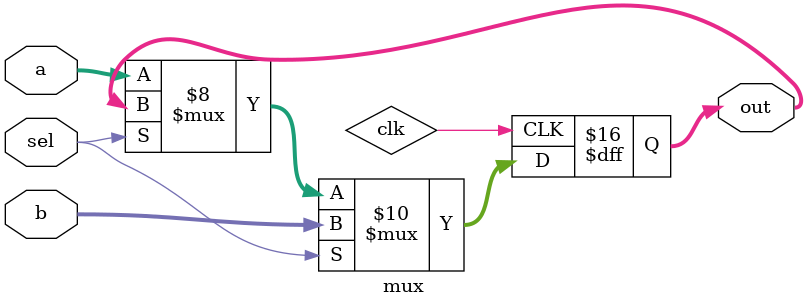
<source format=v>
module mux( 
input [4:0] a, b,
input sel,
output [4:0] out );
// When sel=0, assign a to out. 
// When sel=1, assign b to out. 
// When sel=2, assign a&b to out.
// When sel=3, assign (a|b) to out.

always @(posedge clk) begin
  if (sel == 0) out <= a;
  if (sel == 1) out <= b;
  if (sel == 2) out <= a & b;
  if (sel == 3) out <= (a | b);
end
endmodule

</source>
